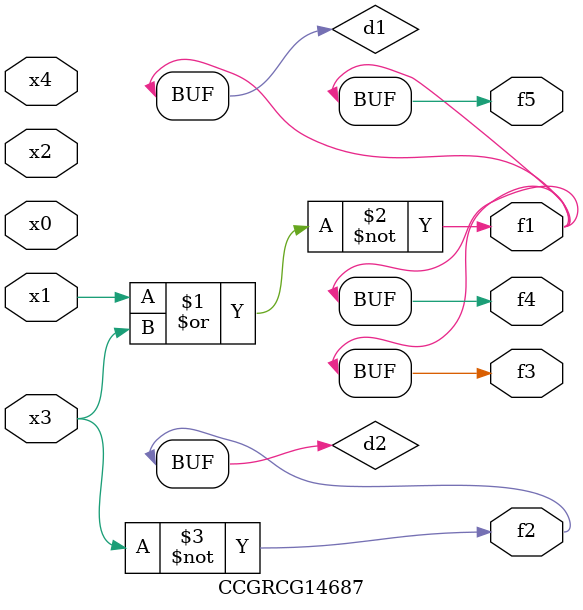
<source format=v>
module CCGRCG14687(
	input x0, x1, x2, x3, x4,
	output f1, f2, f3, f4, f5
);

	wire d1, d2;

	nor (d1, x1, x3);
	not (d2, x3);
	assign f1 = d1;
	assign f2 = d2;
	assign f3 = d1;
	assign f4 = d1;
	assign f5 = d1;
endmodule

</source>
